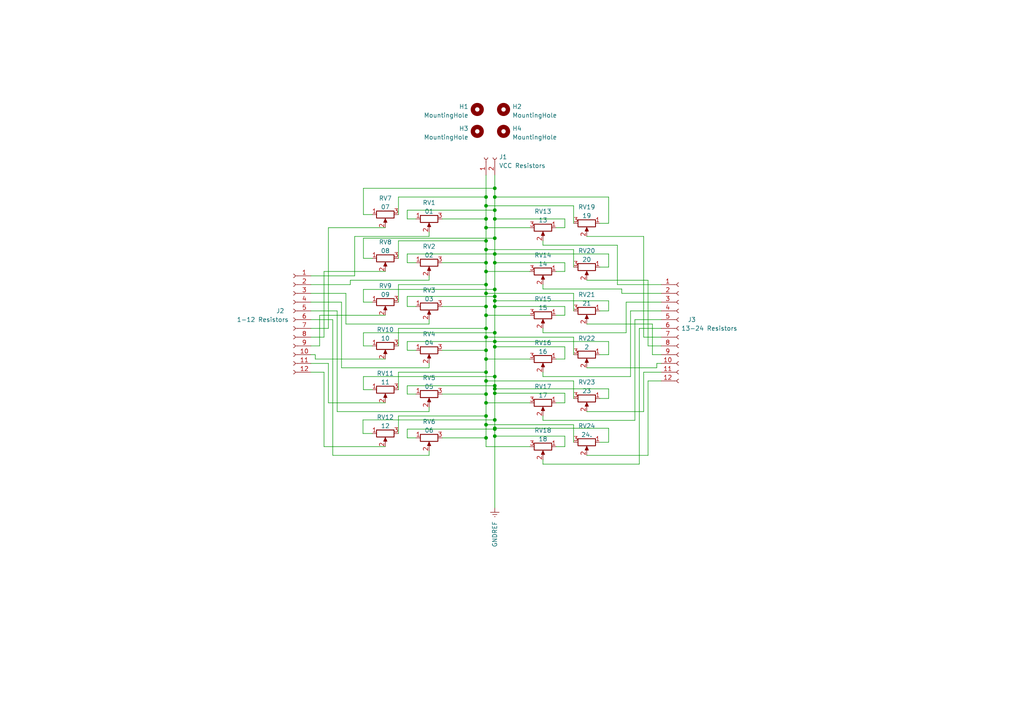
<source format=kicad_sch>
(kicad_sch (version 20211123) (generator eeschema)
  (paper "A4")
  (lib_symbols
    (symbol "Connector:Conn_01x02_Female" (pin_names (offset 1.016) hide)
      (property "Reference" "J" (at 0 2.54 0))
      (property "Value" "Conn_01x02_Female" (at 0 -5.08 0))
      (symbol "Conn_01x02_Female_1_1"
        (arc (start 0 -2.032) (mid -0.508 -2.54) (end 0 -3.048) (stroke (width 0.1524)))
        (polyline (pts (xy -1.27 -2.54) (xy -0.508 -2.54)) (stroke (width 0.1524)))
        (polyline (pts (xy -1.27 0) (xy -0.508 0)) (stroke (width 0.1524)))
        (arc (start 0 0.508) (mid -0.508 0) (end 0 -0.508) (stroke (width 0.1524)))
        (pin passive line (at -5.08 0 0) (length 3.81) (name "Pin_1") (number "1"))
        (pin passive line (at -5.08 -2.54 0) (length 3.81) (name "Pin_2") (number "2"))
      )
    )
    (symbol "Connector:Conn_01x12_Female" (pin_names (offset 1.016) hide)
      (property "Reference" "J" (at 0 15.24 0))
      (property "Value" "Conn_01x12_Female" (at 0 -17.78 0))
      (symbol "Conn_01x12_Female_1_1"
        (arc (start 0 -14.732) (mid -0.508 -15.24) (end 0 -15.748) (stroke (width 0.1524)))
        (arc (start 0 -12.192) (mid -0.508 -12.7) (end 0 -13.208) (stroke (width 0.1524)))
        (arc (start 0 -9.652) (mid -0.508 -10.16) (end 0 -10.668) (stroke (width 0.1524)))
        (arc (start 0 -7.112) (mid -0.508 -7.62) (end 0 -8.128) (stroke (width 0.1524)))
        (arc (start 0 -4.572) (mid -0.508 -5.08) (end 0 -5.588) (stroke (width 0.1524)))
        (arc (start 0 -2.032) (mid -0.508 -2.54) (end 0 -3.048) (stroke (width 0.1524)))
        (polyline (pts (xy -1.27 -15.24) (xy -0.508 -15.24)) (stroke (width 0.1524)))
        (polyline (pts (xy -1.27 -12.7) (xy -0.508 -12.7)) (stroke (width 0.1524)))
        (polyline (pts (xy -1.27 -10.16) (xy -0.508 -10.16)) (stroke (width 0.1524)))
        (polyline (pts (xy -1.27 -7.62) (xy -0.508 -7.62)) (stroke (width 0.1524)))
        (polyline (pts (xy -1.27 -5.08) (xy -0.508 -5.08)) (stroke (width 0.1524)))
        (polyline (pts (xy -1.27 -2.54) (xy -0.508 -2.54)) (stroke (width 0.1524)))
        (polyline (pts (xy -1.27 0) (xy -0.508 0)) (stroke (width 0.1524)))
        (polyline (pts (xy -1.27 2.54) (xy -0.508 2.54)) (stroke (width 0.1524)))
        (polyline (pts (xy -1.27 5.08) (xy -0.508 5.08)) (stroke (width 0.1524)))
        (polyline (pts (xy -1.27 7.62) (xy -0.508 7.62)) (stroke (width 0.1524)))
        (polyline (pts (xy -1.27 10.16) (xy -0.508 10.16)) (stroke (width 0.1524)))
        (polyline (pts (xy -1.27 12.7) (xy -0.508 12.7)) (stroke (width 0.1524)))
        (arc (start 0 0.508) (mid -0.508 0) (end 0 -0.508) (stroke (width 0.1524)))
        (arc (start 0 3.048) (mid -0.508 2.54) (end 0 2.032) (stroke (width 0.1524)))
        (arc (start 0 5.588) (mid -0.508 5.08) (end 0 4.572) (stroke (width 0.1524)))
        (arc (start 0 8.128) (mid -0.508 7.62) (end 0 7.112) (stroke (width 0.1524)))
        (arc (start 0 10.668) (mid -0.508 10.16) (end 0 9.652) (stroke (width 0.1524)))
        (arc (start 0 13.208) (mid -0.508 12.7) (end 0 12.192) (stroke (width 0.1524)))
        (pin passive line (at -5.08 12.7 0) (length 3.81) (name "Pin_1") (number "1"))
        (pin passive line (at -5.08 -10.16 0) (length 3.81) (name "Pin_10") (number "10"))
        (pin passive line (at -5.08 -12.7 0) (length 3.81) (name "Pin_11") (number "11"))
        (pin passive line (at -5.08 -15.24 0) (length 3.81) (name "Pin_12") (number "12"))
        (pin passive line (at -5.08 10.16 0) (length 3.81) (name "Pin_2") (number "2"))
        (pin passive line (at -5.08 7.62 0) (length 3.81) (name "Pin_3") (number "3"))
        (pin passive line (at -5.08 5.08 0) (length 3.81) (name "Pin_4") (number "4"))
        (pin passive line (at -5.08 2.54 0) (length 3.81) (name "Pin_5") (number "5"))
        (pin passive line (at -5.08 0 0) (length 3.81) (name "Pin_6") (number "6"))
        (pin passive line (at -5.08 -2.54 0) (length 3.81) (name "Pin_7") (number "7"))
        (pin passive line (at -5.08 -5.08 0) (length 3.81) (name "Pin_8") (number "8"))
        (pin passive line (at -5.08 -7.62 0) (length 3.81) (name "Pin_9") (number "9"))
      )
    )
    (symbol "Device:R_Potentiometer" (pin_names (offset 1.016) hide)
      (property "Reference" "RV" (at -4.445 0 90))
      (property "Value" "R_Potentiometer" (at -2.54 0 90))
      (symbol "R_Potentiometer_0_1"
        (polyline (pts (xy 2.54 0) (xy 1.524 0)))
        (polyline (pts (xy 1.143 0) (xy 2.286 0.508) (xy 2.286 -0.508) (xy 1.143 0)) (fill (type outline)))
        (rectangle (start 1.016 2.54) (end -1.016 -2.54) (stroke (width 0.254)))
      )
      (symbol "R_Potentiometer_1_1"
        (pin passive line (at 0 3.81 270) (length 1.27) (name "1") (number "1"))
        (pin passive line (at 3.81 0 180) (length 1.27) (name "2") (number "2"))
        (pin passive line (at 0 -3.81 90) (length 1.27) (name "3") (number "3"))
      )
    )
    (symbol "Mechanical:MountingHole" (pin_names (offset 1.016))
      (property "Reference" "H" (at 0 5.08 0))
      (property "Value" "MountingHole" (at 0 3.175 0))
      (symbol "MountingHole_0_1"
        (circle (center 0 0) (radius 1.27) (stroke (width 1.27)))
      )
    )
    (symbol "power:GNDREF" (power) (pin_names (offset 0))
      (property "Value" "GNDREF" (at 0 -3.81 0))
      (symbol "GNDREF_0_1"
        (polyline (pts (xy -0.635 -1.905) (xy 0.635 -1.905)))
        (polyline (pts (xy -0.127 -2.54) (xy 0.127 -2.54)))
        (polyline (pts (xy 0 -1.27) (xy 0 0)))
        (polyline (pts (xy 1.27 -1.27) (xy -1.27 -1.27)))
      )
      (symbol "GNDREF_1_1"
        (pin power_in line (at 0 0 270) (length 0) hide (name "GNDREF") (number "1"))
      )
    )
  )
  (junction (at 140.97 88.9))
  (junction (at 143.51 126.492))
  (junction (at 140.97 59.69))
  (junction (at 143.51 111.887))
  (junction (at 143.51 96.52))
  (junction (at 143.51 57.15))
  (junction (at 143.51 83.947))
  (junction (at 140.97 97.79))
  (junction (at 140.97 78.74))
  (junction (at 143.51 54.61))
  (junction (at 140.97 69.85))
  (junction (at 140.97 116.84))
  (junction (at 143.51 109.22))
  (junction (at 140.97 110.49))
  (junction (at 140.97 127))
  (junction (at 143.51 121.793))
  (junction (at 140.97 107.95))
  (junction (at 140.97 104.14))
  (junction (at 143.51 87.249))
  (junction (at 140.97 57.15))
  (junction (at 140.97 76.2))
  (junction (at 143.51 85.979))
  (junction (at 140.97 91.44))
  (junction (at 143.51 76.2))
  (junction (at 143.51 63.5))
  (junction (at 143.51 99.06))
  (junction (at 140.97 66.04))
  (junction (at 143.51 60.96))
  (junction (at 143.51 124.206))
  (junction (at 140.97 114.3))
  (junction (at 140.97 85.09))
  (junction (at 143.51 124.46))
  (junction (at 143.51 112.776))
  (junction (at 140.97 95.25))
  (junction (at 140.97 101.6))
  (junction (at 140.97 120.65))
  (junction (at 140.97 82.55))
  (junction (at 140.97 72.39))
  (junction (at 143.51 88.9))
  (junction (at 143.51 114.046))
  (junction (at 140.97 123.19))
  (junction (at 140.97 63.5))
  (junction (at 143.51 100.584))
  (junction (at 143.51 69.088))
  (junction (at 143.51 73.66))
  (wire (pts (xy 180.34 85.09) (xy 180.34 83.82)))
  (wire (pts (xy 170.18 106.68) (xy 190.5 106.68)))
  (wire (pts (xy 143.51 85.979) (xy 143.51 87.249)))
  (wire (pts (xy 100.33 93.98) (xy 100.33 85.09)))
  (wire (pts (xy 140.97 114.3) (xy 140.97 110.49)))
  (wire (pts (xy 124.46 81.28) (xy 101.6 81.28)))
  (wire (pts (xy 157.48 69.85) (xy 157.48 71.12)))
  (wire (pts (xy 157.48 120.65) (xy 157.48 121.92)))
  (wire (pts (xy 140.97 123.19) (xy 140.97 120.65)))
  (wire (pts (xy 118.11 88.9) (xy 120.65 88.9)))
  (wire (pts (xy 140.97 110.49) (xy 140.97 107.95)))
  (wire (pts (xy 105.41 62.23) (xy 107.95 62.23)))
  (wire (pts (xy 140.97 101.6) (xy 140.97 97.79)))
  (wire (pts (xy 115.57 87.63) (xy 115.57 82.55)))
  (wire (pts (xy 124.46 93.98) (xy 100.33 93.98)))
  (wire (pts (xy 124.46 67.31) (xy 124.46 68.58)))
  (wire (pts (xy 99.06 87.63) (xy 90.17 87.63)))
  (wire (pts (xy 176.53 77.47) (xy 173.99 77.47)))
  (wire (pts (xy 128.27 127) (xy 140.97 127)))
  (wire (pts (xy 105.41 83.947) (xy 143.51 83.947)))
  (wire (pts (xy 143.51 124.46) (xy 143.51 126.492)))
  (wire (pts (xy 163.83 66.04) (xy 163.83 63.5)))
  (wire (pts (xy 166.37 72.39) (xy 140.97 72.39)))
  (wire (pts (xy 166.37 59.69) (xy 140.97 59.69)))
  (wire (pts (xy 115.57 57.15) (xy 140.97 57.15)))
  (wire (pts (xy 191.77 85.09) (xy 180.34 85.09)))
  (wire (pts (xy 95.25 105.41) (xy 90.17 105.41)))
  (wire (pts (xy 118.11 127) (xy 120.65 127)))
  (wire (pts (xy 118.11 85.979) (xy 143.51 85.979)))
  (wire (pts (xy 124.46 105.41) (xy 124.46 106.68)))
  (wire (pts (xy 176.53 115.57) (xy 176.53 112.776)))
  (wire (pts (xy 140.97 95.25) (xy 140.97 91.44)))
  (wire (pts (xy 140.97 120.65) (xy 140.97 116.84)))
  (wire (pts (xy 176.53 124.206) (xy 176.53 128.27)))
  (wire (pts (xy 186.69 68.58) (xy 186.69 97.79)))
  (wire (pts (xy 166.37 90.17) (xy 166.37 85.09)))
  (wire (pts (xy 166.37 85.09) (xy 140.97 85.09)))
  (wire (pts (xy 115.57 69.85) (xy 140.97 69.85)))
  (wire (pts (xy 186.69 107.95) (xy 191.77 107.95)))
  (wire (pts (xy 105.41 74.93) (xy 107.95 74.93)))
  (wire (pts (xy 166.37 59.69) (xy 166.37 64.77)))
  (wire (pts (xy 157.48 71.12) (xy 179.07 71.12)))
  (wire (pts (xy 105.283 125.73) (xy 107.95 125.73)))
  (wire (pts (xy 163.83 114.046) (xy 143.51 114.046)))
  (wire (pts (xy 95.25 116.84) (xy 95.25 105.41)))
  (wire (pts (xy 93.98 107.95) (xy 93.98 129.54)))
  (wire (pts (xy 143.51 50.8) (xy 143.51 54.61)))
  (wire (pts (xy 93.98 129.54) (xy 111.76 129.54)))
  (wire (pts (xy 163.83 116.84) (xy 163.83 114.046)))
  (wire (pts (xy 176.53 102.87) (xy 176.53 99.06)))
  (wire (pts (xy 176.53 57.15) (xy 143.51 57.15)))
  (wire (pts (xy 166.37 123.19) (xy 140.97 123.19)))
  (wire (pts (xy 95.25 95.25) (xy 90.17 95.25)))
  (wire (pts (xy 143.51 124.206) (xy 143.51 124.46)))
  (wire (pts (xy 118.11 101.6) (xy 120.65 101.6)))
  (wire (pts (xy 118.11 114.3) (xy 120.65 114.3)))
  (wire (pts (xy 184.15 92.71) (xy 191.77 92.71)))
  (wire (pts (xy 118.11 76.2) (xy 118.11 73.66)))
  (wire (pts (xy 111.76 66.04) (xy 95.25 66.04)))
  (wire (pts (xy 140.97 63.5) (xy 140.97 59.69)))
  (wire (pts (xy 176.53 115.57) (xy 173.99 115.57)))
  (wire (pts (xy 189.23 102.87) (xy 191.77 102.87)))
  (wire (pts (xy 97.79 119.38) (xy 97.79 90.17)))
  (wire (pts (xy 90.17 80.01) (xy 102.87 80.01)))
  (wire (pts (xy 143.51 126.492) (xy 143.51 147.32)))
  (wire (pts (xy 176.53 64.77) (xy 173.99 64.77)))
  (wire (pts (xy 115.57 74.93) (xy 115.57 69.85)))
  (wire (pts (xy 182.88 90.17) (xy 191.77 90.17)))
  (wire (pts (xy 170.18 93.98) (xy 189.23 93.98)))
  (wire (pts (xy 166.37 77.47) (xy 166.37 72.39)))
  (wire (pts (xy 93.98 78.74) (xy 93.98 97.79)))
  (wire (pts (xy 105.41 54.61) (xy 143.51 54.61)))
  (wire (pts (xy 143.51 63.5) (xy 143.51 69.088)))
  (wire (pts (xy 140.97 97.79) (xy 140.97 95.25)))
  (wire (pts (xy 143.51 111.887) (xy 143.51 112.776)))
  (wire (pts (xy 185.42 134.62) (xy 185.42 95.25)))
  (wire (pts (xy 105.41 74.93) (xy 105.41 69.088)))
  (wire (pts (xy 143.51 57.15) (xy 143.51 60.96)))
  (wire (pts (xy 143.51 88.9) (xy 143.51 96.52)))
  (wire (pts (xy 97.79 90.17) (xy 90.17 90.17)))
  (wire (pts (xy 176.53 128.27) (xy 173.99 128.27)))
  (wire (pts (xy 118.11 73.66) (xy 143.51 73.66)))
  (wire (pts (xy 140.97 78.74) (xy 140.97 76.2)))
  (wire (pts (xy 163.83 91.44) (xy 161.29 91.44)))
  (wire (pts (xy 140.97 85.09) (xy 140.97 82.55)))
  (wire (pts (xy 153.67 91.44) (xy 140.97 91.44)))
  (wire (pts (xy 99.06 106.68) (xy 99.06 87.63)))
  (wire (pts (xy 163.83 104.14) (xy 161.29 104.14)))
  (wire (pts (xy 140.97 116.84) (xy 140.97 114.3)))
  (wire (pts (xy 120.65 63.5) (xy 118.11 63.5)))
  (wire (pts (xy 176.53 90.17) (xy 173.99 90.17)))
  (wire (pts (xy 111.76 116.84) (xy 95.25 116.84)))
  (wire (pts (xy 186.69 119.38) (xy 186.69 107.95)))
  (wire (pts (xy 143.51 99.06) (xy 143.51 100.584)))
  (wire (pts (xy 166.37 102.87) (xy 166.37 97.79)))
  (wire (pts (xy 90.17 97.79) (xy 93.98 97.79)))
  (wire (pts (xy 111.76 104.14) (xy 91.44 104.14)))
  (wire (pts (xy 115.57 100.33) (xy 115.57 95.25)))
  (wire (pts (xy 186.69 97.79) (xy 191.77 97.79)))
  (wire (pts (xy 111.76 78.74) (xy 93.98 78.74)))
  (wire (pts (xy 124.46 92.71) (xy 124.46 93.98)))
  (wire (pts (xy 124.46 80.01) (xy 124.46 81.28)))
  (wire (pts (xy 170.18 119.38) (xy 186.69 119.38)))
  (wire (pts (xy 102.87 68.58) (xy 102.87 80.01)))
  (wire (pts (xy 124.46 130.81) (xy 124.46 132.08)))
  (wire (pts (xy 115.57 107.95) (xy 140.97 107.95)))
  (wire (pts (xy 140.97 88.9) (xy 140.97 85.09)))
  (wire (pts (xy 157.48 109.22) (xy 182.88 109.22)))
  (wire (pts (xy 105.41 87.63) (xy 107.95 87.63)))
  (wire (pts (xy 105.283 125.73) (xy 105.283 121.793)))
  (wire (pts (xy 128.27 101.6) (xy 140.97 101.6)))
  (wire (pts (xy 153.67 66.04) (xy 140.97 66.04)))
  (wire (pts (xy 161.29 66.04) (xy 163.83 66.04)))
  (wire (pts (xy 91.44 104.14) (xy 91.44 102.87)))
  (wire (pts (xy 166.37 97.79) (xy 140.97 97.79)))
  (wire (pts (xy 163.83 116.84) (xy 161.29 116.84)))
  (wire (pts (xy 163.83 129.54) (xy 161.29 129.54)))
  (wire (pts (xy 176.53 73.66) (xy 143.51 73.66)))
  (wire (pts (xy 90.17 107.95) (xy 93.98 107.95)))
  (wire (pts (xy 118.11 124.46) (xy 143.51 124.46)))
  (wire (pts (xy 105.283 121.793) (xy 143.51 121.793)))
  (wire (pts (xy 143.51 100.584) (xy 143.51 109.22)))
  (wire (pts (xy 184.15 121.92) (xy 184.15 92.71)))
  (wire (pts (xy 128.27 63.5) (xy 140.97 63.5)))
  (wire (pts (xy 153.67 78.74) (xy 140.97 78.74)))
  (wire (pts (xy 157.48 96.52) (xy 181.61 96.52)))
  (wire (pts (xy 143.51 96.52) (xy 143.51 99.06)))
  (wire (pts (xy 128.27 76.2) (xy 140.97 76.2)))
  (wire (pts (xy 187.96 81.28) (xy 187.96 100.33)))
  (wire (pts (xy 176.53 112.776) (xy 143.51 112.776)))
  (wire (pts (xy 105.41 62.23) (xy 105.41 54.61)))
  (wire (pts (xy 143.51 73.66) (xy 143.51 76.2)))
  (wire (pts (xy 143.51 112.776) (xy 143.51 114.046)))
  (wire (pts (xy 101.6 82.55) (xy 101.6 81.28)))
  (wire (pts (xy 118.11 127) (xy 118.11 124.46)))
  (wire (pts (xy 128.27 88.9) (xy 140.97 88.9)))
  (wire (pts (xy 166.37 110.49) (xy 140.97 110.49)))
  (wire (pts (xy 187.96 132.08) (xy 170.18 132.08)))
  (wire (pts (xy 163.83 63.5) (xy 143.51 63.5)))
  (wire (pts (xy 153.67 129.54) (xy 140.97 129.54)))
  (wire (pts (xy 124.46 106.68) (xy 99.06 106.68)))
  (wire (pts (xy 140.97 50.8) (xy 140.97 57.15)))
  (wire (pts (xy 140.97 66.04) (xy 140.97 63.5)))
  (wire (pts (xy 163.83 76.2) (xy 143.51 76.2)))
  (wire (pts (xy 105.41 113.03) (xy 107.95 113.03)))
  (wire (pts (xy 143.51 121.793) (xy 143.51 124.206)))
  (wire (pts (xy 140.97 127) (xy 140.97 123.19)))
  (wire (pts (xy 181.61 87.63) (xy 191.77 87.63)))
  (wire (pts (xy 140.97 91.44) (xy 140.97 88.9)))
  (wire (pts (xy 143.51 54.61) (xy 143.51 57.15)))
  (wire (pts (xy 128.27 114.3) (xy 140.97 114.3)))
  (wire (pts (xy 163.83 91.44) (xy 163.83 88.9)))
  (wire (pts (xy 105.41 69.088) (xy 143.51 69.088)))
  (wire (pts (xy 100.33 85.09) (xy 90.17 85.09)))
  (wire (pts (xy 92.71 91.44) (xy 92.71 100.33)))
  (wire (pts (xy 187.96 110.49) (xy 187.96 132.08)))
  (wire (pts (xy 153.67 116.84) (xy 140.97 116.84)))
  (wire (pts (xy 96.52 92.71) (xy 90.17 92.71)))
  (wire (pts (xy 143.51 124.206) (xy 176.53 124.206)))
  (wire (pts (xy 92.71 100.33) (xy 90.17 100.33)))
  (wire (pts (xy 105.41 113.03) (xy 105.41 109.22)))
  (wire (pts (xy 163.83 78.74) (xy 163.83 76.2)))
  (wire (pts (xy 140.97 82.55) (xy 140.97 78.74)))
  (wire (pts (xy 176.53 102.87) (xy 173.99 102.87)))
  (wire (pts (xy 163.83 126.492) (xy 143.51 126.492)))
  (wire (pts (xy 118.11 76.2) (xy 120.65 76.2)))
  (wire (pts (xy 157.48 82.55) (xy 157.48 83.82)))
  (wire (pts (xy 140.97 129.54) (xy 140.97 127)))
  (wire (pts (xy 143.51 60.96) (xy 143.51 63.5)))
  (wire (pts (xy 105.41 100.33) (xy 105.41 96.52)))
  (wire (pts (xy 124.46 132.08) (xy 96.52 132.08)))
  (wire (pts (xy 90.17 82.55) (xy 101.6 82.55)))
  (wire (pts (xy 190.5 105.41) (xy 191.77 105.41)))
  (wire (pts (xy 163.83 129.54) (xy 163.83 126.492)))
  (wire (pts (xy 157.48 107.95) (xy 157.48 109.22)))
  (wire (pts (xy 140.97 57.15) (xy 140.97 59.69)))
  (wire (pts (xy 115.57 113.03) (xy 115.57 107.95)))
  (wire (pts (xy 124.46 68.58) (xy 102.87 68.58)))
  (wire (pts (xy 170.18 81.28) (xy 187.96 81.28)))
  (wire (pts (xy 115.57 95.25) (xy 140.97 95.25)))
  (wire (pts (xy 143.51 109.22) (xy 143.51 111.887)))
  (wire (pts (xy 140.97 107.95) (xy 140.97 104.14)))
  (wire (pts (xy 153.67 104.14) (xy 140.97 104.14)))
  (wire (pts (xy 191.77 82.55) (xy 179.07 82.55)))
  (wire (pts (xy 185.42 95.25) (xy 191.77 95.25)))
  (wire (pts (xy 166.37 128.27) (xy 166.37 123.19)))
  (wire (pts (xy 97.79 119.38) (xy 124.46 119.38)))
  (wire (pts (xy 118.11 63.5) (xy 118.11 60.96)))
  (wire (pts (xy 157.48 134.62) (xy 185.42 134.62)))
  (wire (pts (xy 143.51 87.249) (xy 143.51 88.9)))
  (wire (pts (xy 191.77 100.33) (xy 187.96 100.33)))
  (wire (pts (xy 163.83 100.584) (xy 143.51 100.584)))
  (wire (pts (xy 105.41 100.33) (xy 107.95 100.33)))
  (wire (pts (xy 181.61 96.52) (xy 181.61 87.63)))
  (wire (pts (xy 111.76 91.44) (xy 92.71 91.44)))
  (wire (pts (xy 176.53 90.17) (xy 176.53 87.249)))
  (wire (pts (xy 118.11 114.3) (xy 118.11 111.887)))
  (wire (pts (xy 176.53 99.06) (xy 143.51 99.06)))
  (wire (pts (xy 143.51 69.088) (xy 143.51 73.66)))
  (wire (pts (xy 118.11 101.6) (xy 118.11 99.06)))
  (wire (pts (xy 182.88 109.22) (xy 182.88 90.17)))
  (wire (pts (xy 96.52 132.08) (xy 96.52 92.71)))
  (wire (pts (xy 105.41 109.22) (xy 143.51 109.22)))
  (wire (pts (xy 118.11 111.887) (xy 143.51 111.887)))
  (wire (pts (xy 140.97 76.2) (xy 140.97 72.39)))
  (wire (pts (xy 105.41 96.52) (xy 143.51 96.52)))
  (wire (pts (xy 143.51 83.947) (xy 143.51 85.979)))
  (wire (pts (xy 157.48 83.82) (xy 180.34 83.82)))
  (wire (pts (xy 163.83 88.9) (xy 143.51 88.9)))
  (wire (pts (xy 170.18 68.58) (xy 186.69 68.58)))
  (wire (pts (xy 176.53 64.77) (xy 176.53 57.15)))
  (wire (pts (xy 95.25 66.04) (xy 95.25 95.25)))
  (wire (pts (xy 176.53 87.249) (xy 143.51 87.249)))
  (wire (pts (xy 115.57 120.65) (xy 140.97 120.65)))
  (wire (pts (xy 115.57 57.15) (xy 115.57 62.23)))
  (wire (pts (xy 124.46 118.11) (xy 124.46 119.38)))
  (wire (pts (xy 143.51 114.046) (xy 143.51 121.793)))
  (wire (pts (xy 140.97 104.14) (xy 140.97 101.6)))
  (wire (pts (xy 166.37 115.57) (xy 166.37 110.49)))
  (wire (pts (xy 118.11 99.06) (xy 143.51 99.06)))
  (wire (pts (xy 191.77 110.49) (xy 187.96 110.49)))
  (wire (pts (xy 184.15 121.92) (xy 157.48 121.92)))
  (wire (pts (xy 140.97 72.39) (xy 140.97 69.85)))
  (wire (pts (xy 157.48 133.35) (xy 157.48 134.62)))
  (wire (pts (xy 115.57 82.55) (xy 140.97 82.55)))
  (wire (pts (xy 179.07 71.12) (xy 179.07 82.55)))
  (wire (pts (xy 118.11 60.96) (xy 143.51 60.96)))
  (wire (pts (xy 118.11 88.9) (xy 118.11 85.979)))
  (wire (pts (xy 143.51 76.2) (xy 143.51 83.947)))
  (wire (pts (xy 157.48 95.25) (xy 157.48 96.52)))
  (wire (pts (xy 115.57 125.73) (xy 115.57 120.65)))
  (wire (pts (xy 190.5 106.68) (xy 190.5 105.41)))
  (wire (pts (xy 176.53 77.47) (xy 176.53 73.66)))
  (wire (pts (xy 140.97 69.85) (xy 140.97 66.04)))
  (wire (pts (xy 189.23 93.98) (xy 189.23 102.87)))
  (wire (pts (xy 163.83 78.74) (xy 161.29 78.74)))
  (wire (pts (xy 91.44 102.87) (xy 90.17 102.87)))
  (wire (pts (xy 163.83 104.14) (xy 163.83 100.584)))
  (wire (pts (xy 105.41 87.63) (xy 105.41 83.947)))
  (symbol (lib_id "Connector:Conn_01x02_Female") (at 140.97 45.72 90) (unit 1)
    (property "Reference" "J1" (at 144.7292 45.5203 90) (effects (justify right)))
    (property "Value" "VCC Resistors" (at 144.7292 48.0572 90) (effects (justify right)))
    (property "Footprint" "Connector_JST:JST_XH_S2B-XH-A-1_1x02_P2.50mm_Horizontal" (effects hide))
  )
  (symbol (lib_id "Device:R_Potentiometer") (at 111.76 100.33 90) (mirror x) (unit 1)
    (property "Reference" "RV10" (at 111.76 95.6142 90))
    (property "Value" "10" (at 111.76 98.1511 90))
    (property "Footprint" "Potentiometer_THT:Potentiometer_Vishay_43_Horizontal" (effects hide))
  )
  (symbol (lib_id "Device:R_Potentiometer") (at 124.46 127 90) (mirror x) (unit 1)
    (property "Reference" "RV6" (at 124.46 122.2842 90))
    (property "Value" "06" (at 124.46 124.8211 90))
    (property "Footprint" "Potentiometer_THT:Potentiometer_Vishay_43_Horizontal" (effects hide))
  )
  (symbol (lib_id "Device:R_Potentiometer") (at 111.76 74.93 90) (mirror x) (unit 1)
    (property "Reference" "RV8" (at 111.76 70.2142 90))
    (property "Value" "08" (at 111.76 72.7511 90))
    (property "Footprint" "Potentiometer_THT:Potentiometer_Vishay_43_Horizontal" (effects hide))
  )
  (symbol (lib_id "Device:R_Potentiometer") (at 124.46 76.2 90) (mirror x) (unit 1)
    (property "Reference" "RV2" (at 124.46 71.4842 90))
    (property "Value" "02" (at 124.46 74.0211 90))
    (property "Footprint" "Potentiometer_THT:Potentiometer_Vishay_43_Horizontal" (effects hide))
  )
  (symbol (lib_id "Mechanical:MountingHole") (at 146.05 31.75 0) (unit 1)
    (property "Reference" "H2" (at 148.59 30.9153 0) (effects (justify left)))
    (property "Value" "MountingHole" (at 148.59 33.4522 0) (effects (justify left)))
    (property "Footprint" "MountingHole:MountingHole_3mm" (effects hide))
  )
  (symbol (lib_id "Device:R_Potentiometer") (at 170.18 90.17 270) (unit 1)
    (property "Reference" "RV21" (at 170.18 85.4542 90))
    (property "Value" "21" (at 170.18 87.9911 90))
    (property "Footprint" "Potentiometer_THT:Potentiometer_Vishay_43_Horizontal" (effects hide))
  )
  (symbol (lib_id "Device:R_Potentiometer") (at 170.18 77.47 270) (unit 1)
    (property "Reference" "RV20" (at 170.18 72.7542 90))
    (property "Value" "20" (at 170.18 75.2911 90))
    (property "Footprint" "Potentiometer_THT:Potentiometer_Vishay_43_Horizontal" (effects hide))
  )
  (symbol (lib_id "Device:R_Potentiometer") (at 157.48 66.04 270) (unit 1)
    (property "Reference" "RV13" (at 157.48 61.3242 90))
    (property "Value" "13" (at 157.48 63.8611 90))
    (property "Footprint" "Potentiometer_THT:Potentiometer_Vishay_43_Horizontal" (effects hide))
  )
  (symbol (lib_id "Connector:Conn_01x12_Female") (at 196.85 95.25 0) (unit 1)
    (property "Reference" "J3" (at 200.66 92.71 0))
    (property "Value" "13-24 Resistors" (at 205.74 95.25 0))
    (property "Footprint" "Connector_JST:JST_XH_S12B-XH-A_1x12_P2.50mm_Horizontal" (effects hide))
  )
  (symbol (lib_id "Device:R_Potentiometer") (at 157.48 129.54 270) (unit 1)
    (property "Reference" "RV18" (at 157.48 124.8242 90))
    (property "Value" "18" (at 157.48 127.3611 90))
    (property "Footprint" "Potentiometer_THT:Potentiometer_Vishay_43_Horizontal" (effects hide))
  )
  (symbol (lib_id "power:GNDREF") (at 143.51 147.32 0) (unit 1)
    (property "Reference" "#PWR0101" (effects hide))
    (property "Value" "GNDREF" (at 143.51 158.75 90) (effects (justify left)))
  )
  (symbol (lib_id "Device:R_Potentiometer") (at 170.18 64.77 270) (unit 1)
    (property "Reference" "RV19" (at 170.18 60.0542 90))
    (property "Value" "19" (at 170.18 62.5911 90))
    (property "Footprint" "Potentiometer_THT:Potentiometer_Vishay_43_Horizontal" (effects hide))
  )
  (symbol (lib_id "Device:R_Potentiometer") (at 111.76 113.03 90) (mirror x) (unit 1)
    (property "Reference" "RV11" (at 111.76 108.3142 90))
    (property "Value" "11" (at 111.76 110.8511 90))
    (property "Footprint" "Potentiometer_THT:Potentiometer_Vishay_43_Horizontal" (effects hide))
  )
  (symbol (lib_id "Device:R_Potentiometer") (at 124.46 63.5 90) (mirror x) (unit 1)
    (property "Reference" "RV1" (at 124.46 58.7842 90))
    (property "Value" "01" (at 124.46 61.3211 90))
    (property "Footprint" "Potentiometer_THT:Potentiometer_Vishay_43_Horizontal" (effects hide))
  )
  (symbol (lib_id "Device:R_Potentiometer") (at 124.46 114.3 90) (mirror x) (unit 1)
    (property "Reference" "RV5" (at 124.46 109.5842 90))
    (property "Value" "05" (at 124.46 112.1211 90))
    (property "Footprint" "Potentiometer_THT:Potentiometer_Vishay_43_Horizontal" (effects hide))
  )
  (symbol (lib_id "Device:R_Potentiometer") (at 124.46 101.6 90) (mirror x) (unit 1)
    (property "Reference" "RV4" (at 124.46 96.8842 90))
    (property "Value" "04" (at 124.46 99.4211 90))
    (property "Footprint" "Potentiometer_THT:Potentiometer_Vishay_43_Horizontal" (effects hide))
  )
  (symbol (lib_id "Device:R_Potentiometer") (at 170.18 102.87 270) (unit 1)
    (property "Reference" "RV22" (at 170.18 98.1542 90))
    (property "Value" "2" (at 170.18 100.6911 90))
    (property "Footprint" "Potentiometer_THT:Potentiometer_Vishay_43_Horizontal" (effects hide))
  )
  (symbol (lib_id "Device:R_Potentiometer") (at 157.48 91.44 270) (unit 1)
    (property "Reference" "RV15" (at 157.48 86.7242 90))
    (property "Value" "15" (at 157.48 89.2611 90))
    (property "Footprint" "Potentiometer_THT:Potentiometer_Vishay_43_Horizontal" (effects hide))
  )
  (symbol (lib_id "Mechanical:MountingHole") (at 146.05 38.1 0) (unit 1)
    (property "Reference" "H4" (at 148.59 37.2653 0) (effects (justify left)))
    (property "Value" "MountingHole" (at 148.59 39.8022 0) (effects (justify left)))
    (property "Footprint" "MountingHole:MountingHole_3mm" (effects hide))
  )
  (symbol (lib_id "Device:R_Potentiometer") (at 111.76 125.73 90) (mirror x) (unit 1)
    (property "Reference" "RV12" (at 111.76 121.0142 90))
    (property "Value" "12" (at 111.76 123.5511 90))
    (property "Footprint" "Potentiometer_THT:Potentiometer_Vishay_43_Horizontal" (effects hide))
  )
  (symbol (lib_id "Device:R_Potentiometer") (at 111.76 87.63 90) (mirror x) (unit 1)
    (property "Reference" "RV9" (at 111.76 82.9142 90))
    (property "Value" "09" (at 111.76 85.4511 90))
    (property "Footprint" "Potentiometer_THT:Potentiometer_Vishay_43_Horizontal" (effects hide))
  )
  (symbol (lib_id "Device:R_Potentiometer") (at 157.48 104.14 270) (unit 1)
    (property "Reference" "RV16" (at 157.48 99.4242 90))
    (property "Value" "16" (at 157.48 101.9611 90))
    (property "Footprint" "Potentiometer_THT:Potentiometer_Vishay_43_Horizontal" (effects hide))
  )
  (symbol (lib_id "Device:R_Potentiometer") (at 157.48 116.84 270) (unit 1)
    (property "Reference" "RV17" (at 157.48 112.1242 90))
    (property "Value" "17" (at 157.48 114.6611 90))
    (property "Footprint" "Potentiometer_THT:Potentiometer_Vishay_43_Horizontal" (effects hide))
  )
  (symbol (lib_id "Device:R_Potentiometer") (at 170.18 115.57 270) (unit 1)
    (property "Reference" "RV23" (at 170.18 110.8542 90))
    (property "Value" "23" (at 170.18 113.3911 90))
    (property "Footprint" "Potentiometer_THT:Potentiometer_Vishay_43_Horizontal" (effects hide))
  )
  (symbol (lib_id "Device:R_Potentiometer") (at 157.48 78.74 270) (unit 1)
    (property "Reference" "RV14" (at 157.48 74.0242 90))
    (property "Value" "14" (at 157.48 76.5611 90))
    (property "Footprint" "Potentiometer_THT:Potentiometer_Vishay_43_Horizontal" (effects hide))
  )
  (symbol (lib_id "Mechanical:MountingHole") (at 138.43 31.75 0) (mirror y) (unit 1)
    (property "Reference" "H1" (at 135.89 30.9153 0) (effects (justify left)))
    (property "Value" "MountingHole" (at 135.89 33.4522 0) (effects (justify left)))
    (property "Footprint" "MountingHole:MountingHole_3mm" (effects hide))
  )
  (symbol (lib_id "Device:R_Potentiometer") (at 124.46 88.9 90) (mirror x) (unit 1)
    (property "Reference" "RV3" (at 124.46 84.1842 90))
    (property "Value" "03" (at 124.46 86.7211 90))
    (property "Footprint" "Potentiometer_THT:Potentiometer_Vishay_43_Horizontal" (effects hide))
  )
  (symbol (lib_id "Mechanical:MountingHole") (at 138.43 38.1 0) (mirror y) (unit 1)
    (property "Reference" "H3" (at 135.89 37.2653 0) (effects (justify left)))
    (property "Value" "MountingHole" (at 135.89 39.8022 0) (effects (justify left)))
    (property "Footprint" "MountingHole:MountingHole_3mm" (effects hide))
  )
  (symbol (lib_id "Device:R_Potentiometer") (at 111.76 62.23 90) (mirror x) (unit 1)
    (property "Reference" "RV7" (at 111.76 57.5142 90))
    (property "Value" "07" (at 111.76 60.0511 90))
    (property "Footprint" "Potentiometer_THT:Potentiometer_Vishay_43_Horizontal" (effects hide))
  )
  (symbol (lib_id "Device:R_Potentiometer") (at 170.18 128.27 270) (unit 1)
    (property "Reference" "RV24" (at 170.18 123.5542 90))
    (property "Value" "24." (at 170.18 126.0911 90))
    (property "Footprint" "Potentiometer_THT:Potentiometer_Vishay_43_Horizontal" (effects hide))
  )
  (symbol (lib_id "Connector:Conn_01x12_Female") (at 85.09 92.71 0) (mirror y) (unit 1)
    (property "Reference" "J2" (at 81.28 90.17 0))
    (property "Value" "1-12 Resistors" (at 76.2 92.71 0))
    (property "Footprint" "Connector_JST:JST_XH_S12B-XH-A_1x12_P2.50mm_Horizontal" (effects hide))
  )
)
</source>
